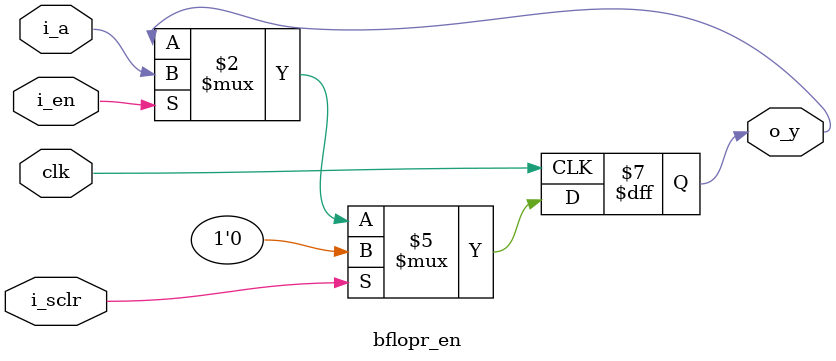
<source format=v>
`ifndef _bflopr_en
`define _bflopr_en

module bflopr_en (
  input wire clk, i_sclr, i_en,
  input wire i_a,
  output reg o_y
);
  always @(posedge clk) begin
    if (i_sclr) begin
      o_y <= 1'b0;
    end else if (i_en) begin
      o_y <= i_a;
    end
  end

endmodule

`endif

</source>
